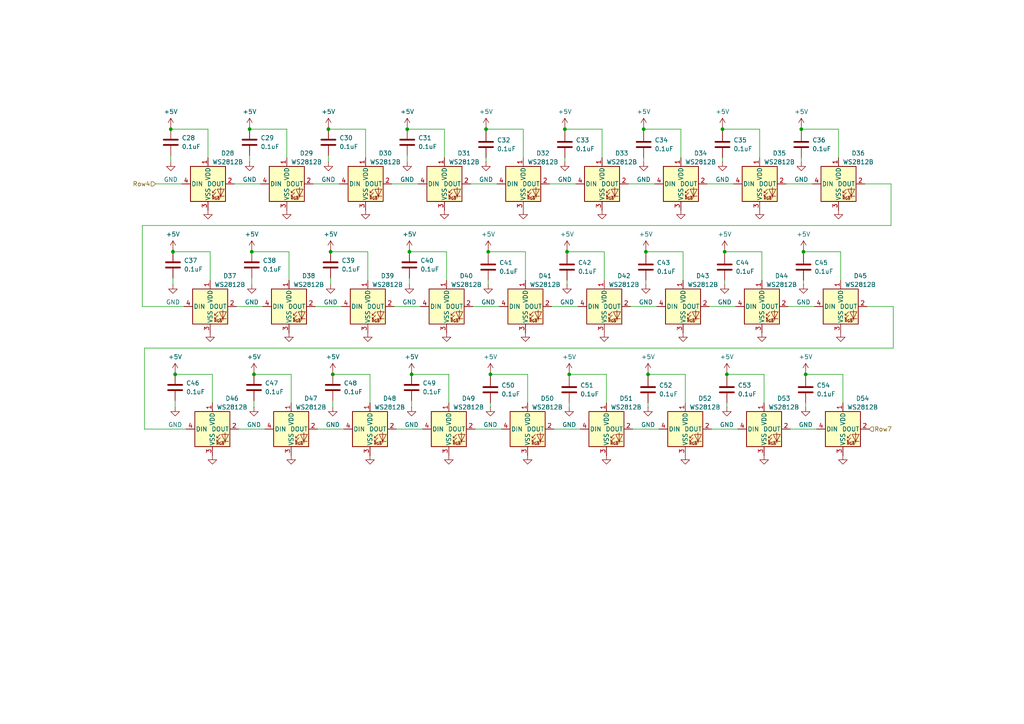
<source format=kicad_sch>
(kicad_sch (version 20250114) (generator "eeschema") (generator_version "9.0")
  (paper "A4")
  (lib_symbols
    (symbol "Device:C" (pin_numbers (hide yes)) (pin_names (offset 0.254))
      (property "Reference" "C" (at 0.635 2.54 0))
      (property "Value" "C" (at 0.635 -2.54 0))
      (symbol "C_0_1"
        (polyline (pts (xy -2.032 0.762) (xy 2.032 0.762)) (stroke (width 0.508)))
        (polyline (pts (xy -2.032 -0.762) (xy 2.032 -0.762)) (stroke (width 0.508)))
      )
      (symbol "C_1_1"
        (pin passive line (at 0 3.81 270) (length 2.794) (name "~") (number "1"))
        (pin passive line (at 0 -3.81 90) (length 2.794) (name "~") (number "2"))
      )
    )
    (symbol "LED:WS2812B" (pin_names (offset 0.254))
      (property "Reference" "D" (at 5.08 5.715 0))
      (property "Value" "WS2812B" (at 1.27 -5.715 0))
      (symbol "WS2812B_0_0"
        (text "RGB" (at 2.286 -4.191 0) (effects (font (size 0.762 0.762))))
      )
      (symbol "WS2812B_0_1"
        (polyline (pts (xy 1.27 -2.54) (xy 1.778 -2.54)))
        (polyline (pts (xy 1.27 -3.556) (xy 1.778 -3.556)))
        (polyline (pts (xy 2.286 -1.524) (xy 1.27 -2.54) (xy 1.27 -2.032)))
        (polyline (pts (xy 2.286 -2.54) (xy 1.27 -3.556) (xy 1.27 -3.048)))
        (polyline (pts (xy 3.683 -1.016) (xy 3.683 -3.556) (xy 3.683 -4.064)))
        (polyline (pts (xy 4.699 -1.524) (xy 2.667 -1.524) (xy 3.683 -3.556) (xy 4.699 -1.524)))
        (polyline (pts (xy 4.699 -3.556) (xy 2.667 -3.556)))
        (rectangle (start 5.08 5.08) (end -5.08 -5.08) (stroke (width 0.254)) (fill (type background)))
      )
      (symbol "WS2812B_1_1"
        (pin input line (at -7.62 0 0) (length 2.54) (name "DIN") (number "4"))
        (pin power_in line (at 0 7.62 270) (length 2.54) (name "VDD") (number "1"))
        (pin power_in line (at 0 -7.62 90) (length 2.54) (name "VSS") (number "3"))
        (pin output line (at 7.62 0 180) (length 2.54) (name "DOUT") (number "2"))
      )
    )
    (symbol "power:+5V" (power) (pin_numbers (hide yes)) (pin_names (offset 0) (hide yes))
      (property "Value" "+5V" (at 0 3.556 0))
      (symbol "+5V_0_1"
        (polyline (pts (xy -0.762 1.27) (xy 0 2.54)))
        (polyline (pts (xy 0 2.54) (xy 0.762 1.27)))
        (polyline (pts (xy 0 0) (xy 0 2.54)))
      )
      (symbol "+5V_1_1"
        (pin power_in line (at 0 0 90) (length 0) (name "~") (number "1"))
      )
    )
    (symbol "power:GND" (power) (pin_numbers (hide yes)) (pin_names (offset 0) (hide yes))
      (property "Value" "GND" (at 0 -3.81 0))
      (symbol "GND_0_1"
        (polyline (pts (xy 0 0) (xy 0 -1.27) (xy 1.27 -1.27) (xy 0 -2.54) (xy -1.27 -1.27) (xy 0 -1.27)))
      )
      (symbol "GND_1_1"
        (pin power_in line (at 0 0 270) (length 0) (name "~") (number "1"))
      )
    )
  )
  (junction (at 233.045 73.025))
  (junction (at 49.53 37.465))
  (junction (at 165.1 108.585))
  (junction (at 118.745 73.025))
  (junction (at 140.97 37.465))
  (junction (at 96.52 108.585))
  (junction (at 142.24 108.585))
  (junction (at 210.82 108.585))
  (junction (at 72.39 37.465))
  (junction (at 187.96 108.585))
  (junction (at 73.025 73.025))
  (junction (at 233.68 108.585))
  (junction (at 73.66 108.585))
  (junction (at 187.325 73.025))
  (junction (at 95.25 37.465))
  (junction (at 119.38 108.585))
  (junction (at 209.55 37.465))
  (junction (at 163.83 37.465))
  (junction (at 210.185 73.025))
  (junction (at 186.69 37.465))
  (junction (at 50.165 73.025))
  (junction (at 95.885 73.025))
  (junction (at 164.465 73.025))
  (junction (at 50.8 108.585))
  (junction (at 118.11 37.465))
  (junction (at 232.41 37.465))
  (junction (at 141.605 73.025))
  (wire (pts (xy 210.82 108.585) (xy 210.82 107.95)))
  (wire (pts (xy 49.53 37.465) (xy 60.325 37.465)))
  (wire (pts (xy 165.1 116.84) (xy 165.1 118.11)))
  (wire (pts (xy 113.665 53.34) (xy 121.285 53.34)))
  (wire (pts (xy 50.165 73.025) (xy 60.96 73.025)))
  (wire (pts (xy 233.68 108.585) (xy 233.68 107.95)))
  (wire (pts (xy 118.745 73.025) (xy 118.745 72.39)))
  (wire (pts (xy 142.24 109.22) (xy 142.24 108.585)))
  (wire (pts (xy 69.215 124.46) (xy 76.835 124.46)))
  (wire (pts (xy 129.54 73.025) (xy 129.54 81.28)))
  (wire (pts (xy 140.97 38.1) (xy 140.97 37.465)))
  (wire (pts (xy 96.52 108.585) (xy 96.52 107.95)))
  (wire (pts (xy 220.345 37.465) (xy 220.345 45.72)))
  (wire (pts (xy 174.625 37.465) (xy 174.625 45.72)))
  (wire (pts (xy 49.53 37.465) (xy 49.53 36.83)))
  (wire (pts (xy 243.205 37.465) (xy 243.205 45.72)))
  (wire (pts (xy 106.68 73.025) (xy 106.68 81.28)))
  (wire (pts (xy 210.82 109.22) (xy 210.82 108.585)))
  (wire (pts (xy 198.12 73.025) (xy 198.12 81.28)))
  (wire (pts (xy 50.8 108.585) (xy 61.595 108.585)))
  (wire (pts (xy 95.885 73.025) (xy 106.68 73.025)))
  (wire (pts (xy 92.075 124.46) (xy 99.695 124.46)))
  (wire (pts (xy 41.91 124.46) (xy 53.975 124.46)))
  (wire (pts (xy 165.1 108.585) (xy 165.1 107.95)))
  (wire (pts (xy 209.55 38.1) (xy 209.55 37.465)))
  (wire (pts (xy 95.885 80.645) (xy 95.885 82.55)))
  (wire (pts (xy 243.84 73.025) (xy 243.84 81.28)))
  (wire (pts (xy 232.41 45.72) (xy 232.41 46.99)))
  (wire (pts (xy 163.83 37.465) (xy 163.83 36.83)))
  (wire (pts (xy 72.39 45.085) (xy 72.39 46.99)))
  (wire (pts (xy 197.485 37.465) (xy 197.485 45.72)))
  (wire (pts (xy 95.25 45.085) (xy 95.25 46.99)))
  (wire (pts (xy 114.3 88.9) (xy 121.92 88.9)))
  (wire (pts (xy 183.515 124.46) (xy 191.135 124.46)))
  (wire (pts (xy 61.595 108.585) (xy 61.595 116.84)))
  (wire (pts (xy 96.52 116.205) (xy 96.52 118.11)))
  (wire (pts (xy 233.045 73.025) (xy 233.045 72.39)))
  (wire (pts (xy 163.83 38.1) (xy 163.83 37.465)))
  (wire (pts (xy 67.945 53.34) (xy 75.565 53.34)))
  (wire (pts (xy 118.11 37.465) (xy 128.905 37.465)))
  (wire (pts (xy 205.105 53.34) (xy 212.725 53.34)))
  (wire (pts (xy 210.185 73.025) (xy 210.185 72.39)))
  (wire (pts (xy 140.97 37.465) (xy 140.97 36.83)))
  (wire (pts (xy 50.8 108.585) (xy 50.8 107.95)))
  (wire (pts (xy 175.895 108.585) (xy 175.895 116.84)))
  (wire (pts (xy 95.25 37.465) (xy 106.045 37.465)))
  (wire (pts (xy 95.885 73.025) (xy 95.885 72.39)))
  (wire (pts (xy 229.235 124.46) (xy 236.855 124.46)))
  (wire (pts (xy 258.445 53.34) (xy 258.445 65.405)))
  (wire (pts (xy 118.11 45.085) (xy 118.11 46.99)))
  (wire (pts (xy 141.605 73.025) (xy 141.605 72.39)))
  (wire (pts (xy 73.66 116.205) (xy 73.66 118.11)))
  (wire (pts (xy 68.58 88.9) (xy 76.2 88.9)))
  (wire (pts (xy 233.045 73.66) (xy 233.045 73.025)))
  (wire (pts (xy 165.1 108.585) (xy 175.895 108.585)))
  (wire (pts (xy 60.325 37.465) (xy 60.325 45.72)))
  (wire (pts (xy 142.24 108.585) (xy 142.24 107.95)))
  (wire (pts (xy 159.385 53.34) (xy 167.005 53.34)))
  (wire (pts (xy 137.795 124.46) (xy 145.415 124.46)))
  (wire (pts (xy 164.465 73.025) (xy 175.26 73.025)))
  (wire (pts (xy 210.185 81.28) (xy 210.185 82.55)))
  (wire (pts (xy 175.26 73.025) (xy 175.26 81.28)))
  (wire (pts (xy 83.82 73.025) (xy 83.82 81.28)))
  (wire (pts (xy 141.605 81.28) (xy 141.605 82.55)))
  (wire (pts (xy 233.045 73.025) (xy 243.84 73.025)))
  (wire (pts (xy 251.46 88.9) (xy 259.08 88.9)))
  (wire (pts (xy 205.74 88.9) (xy 213.36 88.9)))
  (wire (pts (xy 106.045 37.465) (xy 106.045 45.72)))
  (wire (pts (xy 84.455 108.585) (xy 84.455 116.84)))
  (wire (pts (xy 233.045 81.28) (xy 233.045 82.55)))
  (wire (pts (xy 187.96 116.84) (xy 187.96 118.11)))
  (wire (pts (xy 164.465 81.28) (xy 164.465 82.55)))
  (wire (pts (xy 142.24 108.585) (xy 153.035 108.585)))
  (wire (pts (xy 187.96 108.585) (xy 187.96 107.95)))
  (wire (pts (xy 244.475 108.585) (xy 244.475 116.84)))
  (wire (pts (xy 90.805 53.34) (xy 98.425 53.34)))
  (wire (pts (xy 228.6 88.9) (xy 236.22 88.9)))
  (wire (pts (xy 72.39 37.465) (xy 83.185 37.465)))
  (wire (pts (xy 187.325 81.28) (xy 187.325 82.55)))
  (wire (pts (xy 96.52 108.585) (xy 107.315 108.585)))
  (wire (pts (xy 233.68 108.585) (xy 244.475 108.585)))
  (wire (pts (xy 41.275 88.9) (xy 53.34 88.9)))
  (wire (pts (xy 107.315 108.585) (xy 107.315 116.84)))
  (wire (pts (xy 60.96 73.025) (xy 60.96 81.28)))
  (wire (pts (xy 119.38 108.585) (xy 130.175 108.585)))
  (wire (pts (xy 187.96 108.585) (xy 198.755 108.585)))
  (wire (pts (xy 210.185 73.025) (xy 220.98 73.025)))
  (wire (pts (xy 141.605 73.66) (xy 141.605 73.025)))
  (wire (pts (xy 152.4 73.025) (xy 152.4 81.28)))
  (wire (pts (xy 128.905 37.465) (xy 128.905 45.72)))
  (wire (pts (xy 50.8 116.205) (xy 50.8 118.11)))
  (wire (pts (xy 187.325 73.025) (xy 187.325 72.39)))
  (wire (pts (xy 41.275 65.405) (xy 41.275 88.9)))
  (wire (pts (xy 114.935 124.46) (xy 122.555 124.46)))
  (wire (pts (xy 227.965 53.34) (xy 235.585 53.34)))
  (wire (pts (xy 165.1 109.22) (xy 165.1 108.585)))
  (wire (pts (xy 163.83 45.72) (xy 163.83 46.99)))
  (wire (pts (xy 210.185 73.66) (xy 210.185 73.025)))
  (wire (pts (xy 221.615 108.585) (xy 221.615 116.84)))
  (wire (pts (xy 49.53 45.085) (xy 49.53 46.99)))
  (wire (pts (xy 136.525 53.34) (xy 144.145 53.34)))
  (wire (pts (xy 232.41 37.465) (xy 243.205 37.465)))
  (wire (pts (xy 206.375 124.46) (xy 213.995 124.46)))
  (wire (pts (xy 259.08 100.965) (xy 41.91 100.965)))
  (wire (pts (xy 209.55 45.72) (xy 209.55 46.99)))
  (wire (pts (xy 140.97 45.72) (xy 140.97 46.99)))
  (wire (pts (xy 182.245 53.34) (xy 189.865 53.34)))
  (wire (pts (xy 119.38 108.585) (xy 119.38 107.95)))
  (wire (pts (xy 186.69 37.465) (xy 186.69 36.83)))
  (wire (pts (xy 119.38 116.205) (xy 119.38 118.11)))
  (wire (pts (xy 153.035 108.585) (xy 153.035 116.84)))
  (wire (pts (xy 198.755 108.585) (xy 198.755 116.84)))
  (wire (pts (xy 118.745 80.645) (xy 118.745 82.55)))
  (wire (pts (xy 137.16 88.9) (xy 144.78 88.9)))
  (wire (pts (xy 45.085 53.34) (xy 52.705 53.34)))
  (wire (pts (xy 142.24 116.84) (xy 142.24 118.11)))
  (wire (pts (xy 187.325 73.66) (xy 187.325 73.025)))
  (wire (pts (xy 163.83 37.465) (xy 174.625 37.465)))
  (wire (pts (xy 140.97 37.465) (xy 151.765 37.465)))
  (wire (pts (xy 187.325 73.025) (xy 198.12 73.025)))
  (wire (pts (xy 210.82 116.84) (xy 210.82 118.11)))
  (wire (pts (xy 258.445 65.405) (xy 41.275 65.405)))
  (wire (pts (xy 141.605 73.025) (xy 152.4 73.025)))
  (wire (pts (xy 210.82 108.585) (xy 221.615 108.585)))
  (wire (pts (xy 50.165 73.025) (xy 50.165 72.39)))
  (wire (pts (xy 73.025 73.025) (xy 83.82 73.025)))
  (wire (pts (xy 50.165 80.645) (xy 50.165 82.55)))
  (wire (pts (xy 232.41 38.1) (xy 232.41 37.465)))
  (wire (pts (xy 73.025 80.645) (xy 73.025 82.55)))
  (wire (pts (xy 220.98 73.025) (xy 220.98 81.28)))
  (wire (pts (xy 151.765 37.465) (xy 151.765 45.72)))
  (wire (pts (xy 233.68 109.22) (xy 233.68 108.585)))
  (wire (pts (xy 160.02 88.9) (xy 167.64 88.9)))
  (wire (pts (xy 41.91 100.965) (xy 41.91 124.46)))
  (wire (pts (xy 182.88 88.9) (xy 190.5 88.9)))
  (wire (pts (xy 91.44 88.9) (xy 99.06 88.9)))
  (wire (pts (xy 259.08 88.9) (xy 259.08 100.965)))
  (wire (pts (xy 130.175 108.585) (xy 130.175 116.84)))
  (wire (pts (xy 164.465 73.025) (xy 164.465 72.39)))
  (wire (pts (xy 160.655 124.46) (xy 168.275 124.46)))
  (wire (pts (xy 73.025 73.025) (xy 73.025 72.39)))
  (wire (pts (xy 73.66 108.585) (xy 73.66 107.95)))
  (wire (pts (xy 233.68 116.84) (xy 233.68 118.11)))
  (wire (pts (xy 164.465 73.66) (xy 164.465 73.025)))
  (wire (pts (xy 209.55 37.465) (xy 209.55 36.83)))
  (wire (pts (xy 118.11 37.465) (xy 118.11 36.83)))
  (wire (pts (xy 209.55 37.465) (xy 220.345 37.465)))
  (wire (pts (xy 72.39 37.465) (xy 72.39 36.83)))
  (wire (pts (xy 186.69 45.72) (xy 186.69 46.99)))
  (wire (pts (xy 186.69 37.465) (xy 197.485 37.465)))
  (wire (pts (xy 232.41 37.465) (xy 232.41 36.83)))
  (wire (pts (xy 73.66 108.585) (xy 84.455 108.585)))
  (wire (pts (xy 95.25 37.465) (xy 95.25 36.83)))
  (wire (pts (xy 186.69 38.1) (xy 186.69 37.465)))
  (wire (pts (xy 118.745 73.025) (xy 129.54 73.025)))
  (wire (pts (xy 83.185 37.465) (xy 83.185 45.72)))
  (wire (pts (xy 250.825 53.34) (xy 258.445 53.34)))
  (wire (pts (xy 187.96 109.22) (xy 187.96 108.585)))
  (hierarchical_label "Row7" (shape input) (at 252.095 124.46 0))
  (hierarchical_label "Row4" (shape input) (at 45.085 53.34 180))
  (symbol (lib_id "LED:WS2812B") (at 175.895 124.46 0) (unit 1)
    (property "Reference" "D51" (at 181.61 115.57 0))
    (property "Value" "WS2812B" (at 181.61 118.11 0))
    (property "Footprint" "LED_SMD:LED_WS2812B_PLCC4_5.0x5.0mm_P3.2mm" (effects (hide yes)))
    (property "Datasheet" "https://cdn-shop.adafruit.com/datasheets/WS2812B.pdf" (effects (hide yes)))
    (property "Description" "RGB LED with integrated controller" (effects (hide yes)))
  )
  (symbol (lib_id "LED:WS2812B") (at 106.045 53.34 0) (unit 1)
    (property "Reference" "D30" (at 111.76 44.45 0))
    (property "Value" "WS2812B" (at 111.76 46.99 0))
    (property "Footprint" "LED_SMD:LED_WS2812B_PLCC4_5.0x5.0mm_P3.2mm" (effects (hide yes)))
    (property "Datasheet" "https://cdn-shop.adafruit.com/datasheets/WS2812B.pdf" (effects (hide yes)))
    (property "Description" "RGB LED with integrated controller" (effects (hide yes)))
  )
  (symbol (lib_id "power:+5V") (at 73.025 72.39 0) (unit 1)
    (property "Reference" "#PWR0106" (effects (hide yes)))
    (property "Value" "+5V" (at 73.025 67.945 0))
    (property "Description" "Power symbol creates a global label with name \"+5V\"" (effects (hide yes)))
  )
  (symbol (lib_id "LED:WS2812B") (at 60.325 53.34 0) (unit 1)
    (property "Reference" "D28" (at 66.04 44.45 0))
    (property "Value" "WS2812B" (at 66.04 46.99 0))
    (property "Footprint" "LED_SMD:LED_WS2812B_PLCC4_5.0x5.0mm_P3.2mm" (effects (hide yes)))
    (property "Datasheet" "https://cdn-shop.adafruit.com/datasheets/WS2812B.pdf" (effects (hide yes)))
    (property "Description" "RGB LED with integrated controller" (effects (hide yes)))
  )
  (symbol (lib_id "Device:C") (at 163.83 41.91 0) (unit 1)
    (property "Reference" "C33" (at 167.005 40.6399 0) (effects (justify left)))
    (property "Value" "0.1uF" (at 167.005 43.1799 0) (effects (justify left)))
    (property "Footprint" "Capacitor_SMD:C_0603_1608Metric_Pad1.08x0.95mm_HandSolder" (effects (hide yes)))
    (property "Description" "Unpolarized capacitor" (effects (hide yes)))
  )
  (symbol (lib_id "power:GND") (at 220.345 60.96 0) (unit 1)
    (property "Reference" "#PWR0102" (effects (hide yes)))
    (property "Value" "GND" (effects (hide yes)))
    (property "Description" "Power symbol creates a global label with name \"GND\" , ground" (effects (hide yes)))
  )
  (symbol (lib_id "Device:C") (at 164.465 77.47 0) (unit 1)
    (property "Reference" "C42" (at 167.64 76.1999 0) (effects (justify left)))
    (property "Value" "0.1uF" (at 167.64 78.7399 0) (effects (justify left)))
    (property "Footprint" "Capacitor_SMD:C_0603_1608Metric_Pad1.08x0.95mm_HandSolder" (effects (hide yes)))
    (property "Description" "Unpolarized capacitor" (effects (hide yes)))
  )
  (symbol (lib_id "power:GND") (at 197.485 60.96 0) (unit 1)
    (property "Reference" "#PWR099" (effects (hide yes)))
    (property "Value" "GND" (effects (hide yes)))
    (property "Description" "Power symbol creates a global label with name \"GND\" , ground" (effects (hide yes)))
  )
  (symbol (lib_id "power:+5V") (at 163.83 36.83 0) (unit 1)
    (property "Reference" "#PWR094" (effects (hide yes)))
    (property "Value" "+5V" (at 163.83 32.385 0))
    (property "Description" "Power symbol creates a global label with name \"+5V\"" (effects (hide yes)))
  )
  (symbol (lib_id "Device:C") (at 186.69 41.91 0) (unit 1)
    (property "Reference" "C34" (at 189.865 40.6399 0) (effects (justify left)))
    (property "Value" "0.1uF" (at 189.865 43.1799 0) (effects (justify left)))
    (property "Footprint" "Capacitor_SMD:C_0603_1608Metric_Pad1.08x0.95mm_HandSolder" (effects (hide yes)))
    (property "Description" "Unpolarized capacitor" (effects (hide yes)))
  )
  (symbol (lib_id "power:GND") (at 107.315 132.08 0) (unit 1)
    (property "Reference" "#PWR0136" (effects (hide yes)))
    (property "Value" "GND" (effects (hide yes)))
    (property "Description" "Power symbol creates a global label with name \"GND\" , ground" (effects (hide yes)))
  )
  (symbol (lib_id "power:+5V") (at 50.165 72.39 0) (unit 1)
    (property "Reference" "#PWR0258" (effects (hide yes)))
    (property "Value" "+5V" (at 50.165 67.945 0))
    (property "Description" "Power symbol creates a global label with name \"+5V\"" (effects (hide yes)))
  )
  (symbol (lib_id "LED:WS2812B") (at 244.475 124.46 0) (unit 1)
    (property "Reference" "D54" (at 250.19 115.57 0))
    (property "Value" "WS2812B" (at 250.19 118.11 0))
    (property "Footprint" "LED_SMD:LED_WS2812B_PLCC4_5.0x5.0mm_P3.2mm" (effects (hide yes)))
    (property "Datasheet" "https://cdn-shop.adafruit.com/datasheets/WS2812B.pdf" (effects (hide yes)))
    (property "Description" "RGB LED with integrated controller" (effects (hide yes)))
  )
  (symbol (lib_id "power:GND") (at 187.96 118.11 0) (unit 1)
    (property "Reference" "#PWR0147" (effects (hide yes)))
    (property "Value" "GND" (at 187.96 123.19 0))
    (property "Description" "Power symbol creates a global label with name \"GND\" , ground" (effects (hide yes)))
  )
  (symbol (lib_id "power:GND") (at 130.175 132.08 0) (unit 1)
    (property "Reference" "#PWR0139" (effects (hide yes)))
    (property "Value" "GND" (effects (hide yes)))
    (property "Description" "Power symbol creates a global label with name \"GND\" , ground" (effects (hide yes)))
  )
  (symbol (lib_id "Device:C") (at 96.52 112.395 0) (unit 1)
    (property "Reference" "C48" (at 99.695 111.1249 0) (effects (justify left)))
    (property "Value" "0.1uF" (at 99.695 113.6649 0) (effects (justify left)))
    (property "Footprint" "Capacitor_SMD:C_0603_1608Metric_Pad1.08x0.95mm_HandSolder" (effects (hide yes)))
    (property "Description" "Unpolarized capacitor" (effects (hide yes)))
  )
  (symbol (lib_id "power:+5V") (at 140.97 36.83 0) (unit 1)
    (property "Reference" "#PWR091" (effects (hide yes)))
    (property "Value" "+5V" (at 140.97 32.385 0))
    (property "Description" "Power symbol creates a global label with name \"+5V\"" (effects (hide yes)))
  )
  (symbol (lib_id "power:GND") (at 72.39 46.99 0) (unit 1)
    (property "Reference" "#PWR083" (effects (hide yes)))
    (property "Value" "GND" (at 72.39 52.07 0))
    (property "Description" "Power symbol creates a global label with name \"GND\" , ground" (effects (hide yes)))
  )
  (symbol (lib_id "Device:C") (at 233.68 113.03 0) (unit 1)
    (property "Reference" "C54" (at 236.855 111.7599 0) (effects (justify left)))
    (property "Value" "0.1uF" (at 236.855 114.2999 0) (effects (justify left)))
    (property "Footprint" "Capacitor_SMD:C_0603_1608Metric_Pad1.08x0.95mm_HandSolder" (effects (hide yes)))
    (property "Description" "Unpolarized capacitor" (effects (hide yes)))
  )
  (symbol (lib_id "Device:C") (at 187.325 77.47 0) (unit 1)
    (property "Reference" "C43" (at 190.5 76.1999 0) (effects (justify left)))
    (property "Value" "0.1uF" (at 190.5 78.7399 0) (effects (justify left)))
    (property "Footprint" "Capacitor_SMD:C_0603_1608Metric_Pad1.08x0.95mm_HandSolder" (effects (hide yes)))
    (property "Description" "Unpolarized capacitor" (effects (hide yes)))
  )
  (symbol (lib_id "LED:WS2812B") (at 61.595 124.46 0) (unit 1)
    (property "Reference" "D46" (at 67.31 115.57 0))
    (property "Value" "WS2812B" (at 67.31 118.11 0))
    (property "Footprint" "LED_SMD:LED_WS2812B_PLCC4_5.0x5.0mm_P3.2mm" (effects (hide yes)))
    (property "Datasheet" "https://cdn-shop.adafruit.com/datasheets/WS2812B.pdf" (effects (hide yes)))
    (property "Description" "RGB LED with integrated controller" (effects (hide yes)))
  )
  (symbol (lib_id "power:GND") (at 174.625 60.96 0) (unit 1)
    (property "Reference" "#PWR096" (effects (hide yes)))
    (property "Value" "GND" (effects (hide yes)))
    (property "Description" "Power symbol creates a global label with name \"GND\" , ground" (effects (hide yes)))
  )
  (symbol (lib_id "power:GND") (at 95.25 46.99 0) (unit 1)
    (property "Reference" "#PWR086" (effects (hide yes)))
    (property "Value" "GND" (at 95.25 52.07 0))
    (property "Description" "Power symbol creates a global label with name \"GND\" , ground" (effects (hide yes)))
  )
  (symbol (lib_id "power:+5V") (at 210.82 107.95 0) (unit 1)
    (property "Reference" "#PWR0149" (effects (hide yes)))
    (property "Value" "+5V" (at 210.82 103.505 0))
    (property "Description" "Power symbol creates a global label with name \"+5V\"" (effects (hide yes)))
  )
  (symbol (lib_id "power:GND") (at 175.26 96.52 0) (unit 1)
    (property "Reference" "#PWR0120" (effects (hide yes)))
    (property "Value" "GND" (effects (hide yes)))
    (property "Description" "Power symbol creates a global label with name \"GND\" , ground" (effects (hide yes)))
  )
  (symbol (lib_id "LED:WS2812B") (at 60.96 88.9 0) (unit 1)
    (property "Reference" "D37" (at 66.675 80.01 0))
    (property "Value" "WS2812B" (at 66.675 82.55 0))
    (property "Footprint" "LED_SMD:LED_WS2812B_PLCC4_5.0x5.0mm_P3.2mm" (effects (hide yes)))
    (property "Datasheet" "https://cdn-shop.adafruit.com/datasheets/WS2812B.pdf" (effects (hide yes)))
    (property "Description" "RGB LED with integrated controller" (effects (hide yes)))
  )
  (symbol (lib_id "power:GND") (at 96.52 118.11 0) (unit 1)
    (property "Reference" "#PWR0135" (effects (hide yes)))
    (property "Value" "GND" (at 96.52 123.19 0))
    (property "Description" "Power symbol creates a global label with name \"GND\" , ground" (effects (hide yes)))
  )
  (symbol (lib_id "power:+5V") (at 186.69 36.83 0) (unit 1)
    (property "Reference" "#PWR097" (effects (hide yes)))
    (property "Value" "+5V" (at 186.69 32.385 0))
    (property "Description" "Power symbol creates a global label with name \"+5V\"" (effects (hide yes)))
  )
  (symbol (lib_id "LED:WS2812B") (at 106.68 88.9 0) (unit 1)
    (property "Reference" "D39" (at 112.395 80.01 0))
    (property "Value" "WS2812B" (at 112.395 82.55 0))
    (property "Footprint" "LED_SMD:LED_WS2812B_PLCC4_5.0x5.0mm_P3.2mm" (effects (hide yes)))
    (property "Datasheet" "https://cdn-shop.adafruit.com/datasheets/WS2812B.pdf" (effects (hide yes)))
    (property "Description" "RGB LED with integrated controller" (effects (hide yes)))
  )
  (symbol (lib_id "power:+5V") (at 233.045 72.39 0) (unit 1)
    (property "Reference" "#PWR0127" (effects (hide yes)))
    (property "Value" "+5V" (at 233.045 67.945 0))
    (property "Description" "Power symbol creates a global label with name \"+5V\"" (effects (hide yes)))
  )
  (symbol (lib_id "power:GND") (at 49.53 46.99 0) (unit 1)
    (property "Reference" "#PWR0257" (effects (hide yes)))
    (property "Value" "GND" (at 49.53 52.07 0))
    (property "Description" "Power symbol creates a global label with name \"GND\" , ground" (effects (hide yes)))
  )
  (symbol (lib_id "power:GND") (at 210.185 82.55 0) (unit 1)
    (property "Reference" "#PWR0125" (effects (hide yes)))
    (property "Value" "GND" (at 210.185 87.63 0))
    (property "Description" "Power symbol creates a global label with name \"GND\" , ground" (effects (hide yes)))
  )
  (symbol (lib_id "power:GND") (at 209.55 46.99 0) (unit 1)
    (property "Reference" "#PWR0101" (effects (hide yes)))
    (property "Value" "GND" (at 209.55 52.07 0))
    (property "Description" "Power symbol creates a global label with name \"GND\" , ground" (effects (hide yes)))
  )
  (symbol (lib_id "Device:C") (at 209.55 41.91 0) (unit 1)
    (property "Reference" "C35" (at 212.725 40.6399 0) (effects (justify left)))
    (property "Value" "0.1uF" (at 212.725 43.1799 0) (effects (justify left)))
    (property "Footprint" "Capacitor_SMD:C_0603_1608Metric_Pad1.08x0.95mm_HandSolder" (effects (hide yes)))
    (property "Description" "Unpolarized capacitor" (effects (hide yes)))
  )
  (symbol (lib_id "Device:C") (at 210.82 113.03 0) (unit 1)
    (property "Reference" "C53" (at 213.995 111.7599 0) (effects (justify left)))
    (property "Value" "0.1uF" (at 213.995 114.2999 0) (effects (justify left)))
    (property "Footprint" "Capacitor_SMD:C_0603_1608Metric_Pad1.08x0.95mm_HandSolder" (effects (hide yes)))
    (property "Description" "Unpolarized capacitor" (effects (hide yes)))
  )
  (symbol (lib_id "power:GND") (at 233.045 82.55 0) (unit 1)
    (property "Reference" "#PWR0128" (effects (hide yes)))
    (property "Value" "GND" (at 233.045 87.63 0))
    (property "Description" "Power symbol creates a global label with name \"GND\" , ground" (effects (hide yes)))
  )
  (symbol (lib_id "power:GND") (at 163.83 46.99 0) (unit 1)
    (property "Reference" "#PWR095" (effects (hide yes)))
    (property "Value" "GND" (at 163.83 52.07 0))
    (property "Description" "Power symbol creates a global label with name \"GND\" , ground" (effects (hide yes)))
  )
  (symbol (lib_id "power:+5V") (at 118.11 36.83 0) (unit 1)
    (property "Reference" "#PWR088" (effects (hide yes)))
    (property "Value" "+5V" (at 118.11 32.385 0))
    (property "Description" "Power symbol creates a global label with name \"+5V\"" (effects (hide yes)))
  )
  (symbol (lib_id "power:+5V") (at 141.605 72.39 0) (unit 1)
    (property "Reference" "#PWR0115" (effects (hide yes)))
    (property "Value" "+5V" (at 141.605 67.945 0))
    (property "Description" "Power symbol creates a global label with name \"+5V\"" (effects (hide yes)))
  )
  (symbol (lib_id "power:GND") (at 95.885 82.55 0) (unit 1)
    (property "Reference" "#PWR0110" (effects (hide yes)))
    (property "Value" "GND" (at 95.885 87.63 0))
    (property "Description" "Power symbol creates a global label with name \"GND\" , ground" (effects (hide yes)))
  )
  (symbol (lib_id "power:GND") (at 198.12 96.52 0) (unit 1)
    (property "Reference" "#PWR0123" (effects (hide yes)))
    (property "Value" "GND" (effects (hide yes)))
    (property "Description" "Power symbol creates a global label with name \"GND\" , ground" (effects (hide yes)))
  )
  (symbol (lib_id "LED:WS2812B") (at 83.185 53.34 0) (unit 1)
    (property "Reference" "D29" (at 88.9 44.45 0))
    (property "Value" "WS2812B" (at 88.9 46.99 0))
    (property "Footprint" "LED_SMD:LED_WS2812B_PLCC4_5.0x5.0mm_P3.2mm" (effects (hide yes)))
    (property "Datasheet" "https://cdn-shop.adafruit.com/datasheets/WS2812B.pdf" (effects (hide yes)))
    (property "Description" "RGB LED with integrated controller" (effects (hide yes)))
  )
  (symbol (lib_id "LED:WS2812B") (at 198.755 124.46 0) (unit 1)
    (property "Reference" "D52" (at 204.47 115.57 0))
    (property "Value" "WS2812B" (at 204.47 118.11 0))
    (property "Footprint" "LED_SMD:LED_WS2812B_PLCC4_5.0x5.0mm_P3.2mm" (effects (hide yes)))
    (property "Datasheet" "https://cdn-shop.adafruit.com/datasheets/WS2812B.pdf" (effects (hide yes)))
    (property "Description" "RGB LED with integrated controller" (effects (hide yes)))
  )
  (symbol (lib_id "power:GND") (at 175.895 132.08 0) (unit 1)
    (property "Reference" "#PWR0145" (effects (hide yes)))
    (property "Value" "GND" (effects (hide yes)))
    (property "Description" "Power symbol creates a global label with name \"GND\" , ground" (effects (hide yes)))
  )
  (symbol (lib_id "LED:WS2812B") (at 221.615 124.46 0) (unit 1)
    (property "Reference" "D53" (at 227.33 115.57 0))
    (property "Value" "WS2812B" (at 227.33 118.11 0))
    (property "Footprint" "LED_SMD:LED_WS2812B_PLCC4_5.0x5.0mm_P3.2mm" (effects (hide yes)))
    (property "Datasheet" "https://cdn-shop.adafruit.com/datasheets/WS2812B.pdf" (effects (hide yes)))
    (property "Description" "RGB LED with integrated controller" (effects (hide yes)))
  )
  (symbol (lib_id "power:GND") (at 232.41 46.99 0) (unit 1)
    (property "Reference" "#PWR0104" (effects (hide yes)))
    (property "Value" "GND" (at 232.41 52.07 0))
    (property "Description" "Power symbol creates a global label with name \"GND\" , ground" (effects (hide yes)))
  )
  (symbol (lib_id "Device:C") (at 142.24 113.03 0) (unit 1)
    (property "Reference" "C50" (at 145.415 111.7599 0) (effects (justify left)))
    (property "Value" "0.1uF" (at 145.415 114.2999 0) (effects (justify left)))
    (property "Footprint" "Capacitor_SMD:C_0603_1608Metric_Pad1.08x0.95mm_HandSolder" (effects (hide yes)))
    (property "Description" "Unpolarized capacitor" (effects (hide yes)))
  )
  (symbol (lib_id "power:+5V") (at 142.24 107.95 0) (unit 1)
    (property "Reference" "#PWR0140" (effects (hide yes)))
    (property "Value" "+5V" (at 142.24 103.505 0))
    (property "Description" "Power symbol creates a global label with name \"+5V\"" (effects (hide yes)))
  )
  (symbol (lib_id "LED:WS2812B") (at 128.905 53.34 0) (unit 1)
    (property "Reference" "D31" (at 134.62 44.45 0))
    (property "Value" "WS2812B" (at 134.62 46.99 0))
    (property "Footprint" "LED_SMD:LED_WS2812B_PLCC4_5.0x5.0mm_P3.2mm" (effects (hide yes)))
    (property "Datasheet" "https://cdn-shop.adafruit.com/datasheets/WS2812B.pdf" (effects (hide yes)))
    (property "Description" "RGB LED with integrated controller" (effects (hide yes)))
  )
  (symbol (lib_id "Device:C") (at 49.53 41.275 0) (unit 1)
    (property "Reference" "C28" (at 52.705 40.0049 0) (effects (justify left)))
    (property "Value" "0.1uF" (at 52.705 42.5449 0) (effects (justify left)))
    (property "Footprint" "Capacitor_SMD:C_0603_1608Metric_Pad1.08x0.95mm_HandSolder" (effects (hide yes)))
    (property "Description" "Unpolarized capacitor" (effects (hide yes)))
  )
  (symbol (lib_id "Device:C") (at 119.38 112.395 0) (unit 1)
    (property "Reference" "C49" (at 122.555 111.1249 0) (effects (justify left)))
    (property "Value" "0.1uF" (at 122.555 113.6649 0) (effects (justify left)))
    (property "Footprint" "Capacitor_SMD:C_0603_1608Metric_Pad1.08x0.95mm_HandSolder" (effects (hide yes)))
    (property "Description" "Unpolarized capacitor" (effects (hide yes)))
  )
  (symbol (lib_id "Device:C") (at 95.25 41.275 0) (unit 1)
    (property "Reference" "C30" (at 98.425 40.0049 0) (effects (justify left)))
    (property "Value" "0.1uF" (at 98.425 42.5449 0) (effects (justify left)))
    (property "Footprint" "Capacitor_SMD:C_0603_1608Metric_Pad1.08x0.95mm_HandSolder" (effects (hide yes)))
    (property "Description" "Unpolarized capacitor" (effects (hide yes)))
  )
  (symbol (lib_id "power:+5V") (at 210.185 72.39 0) (unit 1)
    (property "Reference" "#PWR0124" (effects (hide yes)))
    (property "Value" "+5V" (at 210.185 67.945 0))
    (property "Description" "Power symbol creates a global label with name \"+5V\"" (effects (hide yes)))
  )
  (symbol (lib_id "power:GND") (at 220.98 96.52 0) (unit 1)
    (property "Reference" "#PWR0126" (effects (hide yes)))
    (property "Value" "GND" (effects (hide yes)))
    (property "Description" "Power symbol creates a global label with name \"GND\" , ground" (effects (hide yes)))
  )
  (symbol (lib_id "power:GND") (at 221.615 132.08 0) (unit 1)
    (property "Reference" "#PWR0151" (effects (hide yes)))
    (property "Value" "GND" (effects (hide yes)))
    (property "Description" "Power symbol creates a global label with name \"GND\" , ground" (effects (hide yes)))
  )
  (symbol (lib_id "power:GND") (at 140.97 46.99 0) (unit 1)
    (property "Reference" "#PWR092" (effects (hide yes)))
    (property "Value" "GND" (at 140.97 52.07 0))
    (property "Description" "Power symbol creates a global label with name \"GND\" , ground" (effects (hide yes)))
  )
  (symbol (lib_id "Device:C") (at 165.1 113.03 0) (unit 1)
    (property "Reference" "C51" (at 168.275 111.7599 0) (effects (justify left)))
    (property "Value" "0.1uF" (at 168.275 114.2999 0) (effects (justify left)))
    (property "Footprint" "Capacitor_SMD:C_0603_1608Metric_Pad1.08x0.95mm_HandSolder" (effects (hide yes)))
    (property "Description" "Unpolarized capacitor" (effects (hide yes)))
  )
  (symbol (lib_id "power:GND") (at 73.66 118.11 0) (unit 1)
    (property "Reference" "#PWR0132" (effects (hide yes)))
    (property "Value" "GND" (at 73.66 123.19 0))
    (property "Description" "Power symbol creates a global label with name \"GND\" , ground" (effects (hide yes)))
  )
  (symbol (lib_id "power:+5V") (at 95.25 36.83 0) (unit 1)
    (property "Reference" "#PWR085" (effects (hide yes)))
    (property "Value" "+5V" (at 95.25 32.385 0))
    (property "Description" "Power symbol creates a global label with name \"+5V\"" (effects (hide yes)))
  )
  (symbol (lib_id "power:GND") (at 165.1 118.11 0) (unit 1)
    (property "Reference" "#PWR0144" (effects (hide yes)))
    (property "Value" "GND" (at 165.1 123.19 0))
    (property "Description" "Power symbol creates a global label with name \"GND\" , ground" (effects (hide yes)))
  )
  (symbol (lib_id "power:GND") (at 128.905 60.96 0) (unit 1)
    (property "Reference" "#PWR090" (effects (hide yes)))
    (property "Value" "GND" (effects (hide yes)))
    (property "Description" "Power symbol creates a global label with name \"GND\" , ground" (effects (hide yes)))
  )
  (symbol (lib_id "LED:WS2812B") (at 243.84 88.9 0) (unit 1)
    (property "Reference" "D45" (at 249.555 80.01 0))
    (property "Value" "WS2812B" (at 249.555 82.55 0))
    (property "Footprint" "LED_SMD:LED_WS2812B_PLCC4_5.0x5.0mm_P3.2mm" (effects (hide yes)))
    (property "Datasheet" "https://cdn-shop.adafruit.com/datasheets/WS2812B.pdf" (effects (hide yes)))
    (property "Description" "RGB LED with integrated controller" (effects (hide yes)))
  )
  (symbol (lib_id "LED:WS2812B") (at 107.315 124.46 0) (unit 1)
    (property "Reference" "D48" (at 113.03 115.57 0))
    (property "Value" "WS2812B" (at 113.03 118.11 0))
    (property "Footprint" "LED_SMD:LED_WS2812B_PLCC4_5.0x5.0mm_P3.2mm" (effects (hide yes)))
    (property "Datasheet" "https://cdn-shop.adafruit.com/datasheets/WS2812B.pdf" (effects (hide yes)))
    (property "Description" "RGB LED with integrated controller" (effects (hide yes)))
  )
  (symbol (lib_id "LED:WS2812B") (at 198.12 88.9 0) (unit 1)
    (property "Reference" "D43" (at 203.835 80.01 0))
    (property "Value" "WS2812B" (at 203.835 82.55 0))
    (property "Footprint" "LED_SMD:LED_WS2812B_PLCC4_5.0x5.0mm_P3.2mm" (effects (hide yes)))
    (property "Datasheet" "https://cdn-shop.adafruit.com/datasheets/WS2812B.pdf" (effects (hide yes)))
    (property "Description" "RGB LED with integrated controller" (effects (hide yes)))
  )
  (symbol (lib_id "power:GND") (at 187.325 82.55 0) (unit 1)
    (property "Reference" "#PWR0122" (effects (hide yes)))
    (property "Value" "GND" (at 187.325 87.63 0))
    (property "Description" "Power symbol creates a global label with name \"GND\" , ground" (effects (hide yes)))
  )
  (symbol (lib_id "LED:WS2812B") (at 220.98 88.9 0) (unit 1)
    (property "Reference" "D44" (at 226.695 80.01 0))
    (property "Value" "WS2812B" (at 226.695 82.55 0))
    (property "Footprint" "LED_SMD:LED_WS2812B_PLCC4_5.0x5.0mm_P3.2mm" (effects (hide yes)))
    (property "Datasheet" "https://cdn-shop.adafruit.com/datasheets/WS2812B.pdf" (effects (hide yes)))
    (property "Description" "RGB LED with integrated controller" (effects (hide yes)))
  )
  (symbol (lib_id "power:GND") (at 83.185 60.96 0) (unit 1)
    (property "Reference" "#PWR084" (effects (hide yes)))
    (property "Value" "GND" (effects (hide yes)))
    (property "Description" "Power symbol creates a global label with name \"GND\" , ground" (effects (hide yes)))
  )
  (symbol (lib_id "power:GND") (at 186.69 46.99 0) (unit 1)
    (property "Reference" "#PWR098" (effects (hide yes)))
    (property "Value" "GND" (at 186.69 52.07 0))
    (property "Description" "Power symbol creates a global label with name \"GND\" , ground" (effects (hide yes)))
  )
  (symbol (lib_id "LED:WS2812B") (at 243.205 53.34 0) (unit 1)
    (property "Reference" "D36" (at 248.92 44.45 0))
    (property "Value" "WS2812B" (at 248.92 46.99 0))
    (property "Footprint" "LED_SMD:LED_WS2812B_PLCC4_5.0x5.0mm_P3.2mm" (effects (hide yes)))
    (property "Datasheet" "https://cdn-shop.adafruit.com/datasheets/WS2812B.pdf" (effects (hide yes)))
    (property "Description" "RGB LED with integrated controller" (effects (hide yes)))
  )
  (symbol (lib_id "power:GND") (at 61.595 132.08 0) (unit 1)
    (property "Reference" "#PWR0130" (effects (hide yes)))
    (property "Value" "GND" (effects (hide yes)))
    (property "Description" "Power symbol creates a global label with name \"GND\" , ground" (effects (hide yes)))
  )
  (symbol (lib_id "power:+5V") (at 165.1 107.95 0) (unit 1)
    (property "Reference" "#PWR0143" (effects (hide yes)))
    (property "Value" "+5V" (at 165.1 103.505 0))
    (property "Description" "Power symbol creates a global label with name \"+5V\"" (effects (hide yes)))
  )
  (symbol (lib_id "LED:WS2812B") (at 83.82 88.9 0) (unit 1)
    (property "Reference" "D38" (at 89.535 80.01 0))
    (property "Value" "WS2812B" (at 89.535 82.55 0))
    (property "Footprint" "LED_SMD:LED_WS2812B_PLCC4_5.0x5.0mm_P3.2mm" (effects (hide yes)))
    (property "Datasheet" "https://cdn-shop.adafruit.com/datasheets/WS2812B.pdf" (effects (hide yes)))
    (property "Description" "RGB LED with integrated controller" (effects (hide yes)))
  )
  (symbol (lib_id "power:+5V") (at 232.41 36.83 0) (unit 1)
    (property "Reference" "#PWR0103" (effects (hide yes)))
    (property "Value" "+5V" (at 232.41 32.385 0))
    (property "Description" "Power symbol creates a global label with name \"+5V\"" (effects (hide yes)))
  )
  (symbol (lib_id "power:GND") (at 60.325 60.96 0) (unit 1)
    (property "Reference" "#PWR02" (effects (hide yes)))
    (property "Value" "GND" (effects (hide yes)))
    (property "Description" "Power symbol creates a global label with name \"GND\" , ground" (effects (hide yes)))
  )
  (symbol (lib_id "power:GND") (at 106.68 96.52 0) (unit 1)
    (property "Reference" "#PWR0111" (effects (hide yes)))
    (property "Value" "GND" (effects (hide yes)))
    (property "Description" "Power symbol creates a global label with name \"GND\" , ground" (effects (hide yes)))
  )
  (symbol (lib_id "Device:C") (at 50.8 112.395 0) (unit 1)
    (property "Reference" "C46" (at 53.975 111.1249 0) (effects (justify left)))
    (property "Value" "0.1uF" (at 53.975 113.6649 0) (effects (justify left)))
    (property "Footprint" "Capacitor_SMD:C_0603_1608Metric_Pad1.08x0.95mm_HandSolder" (effects (hide yes)))
    (property "Description" "Unpolarized capacitor" (effects (hide yes)))
  )
  (symbol (lib_id "power:+5V") (at 187.96 107.95 0) (unit 1)
    (property "Reference" "#PWR0146" (effects (hide yes)))
    (property "Value" "+5V" (at 187.96 103.505 0))
    (property "Description" "Power symbol creates a global label with name \"+5V\"" (effects (hide yes)))
  )
  (symbol (lib_id "power:GND") (at 151.765 60.96 0) (unit 1)
    (property "Reference" "#PWR093" (effects (hide yes)))
    (property "Value" "GND" (effects (hide yes)))
    (property "Description" "Power symbol creates a global label with name \"GND\" , ground" (effects (hide yes)))
  )
  (symbol (lib_id "power:+5V") (at 50.8 107.95 0) (unit 1)
    (property "Reference" "#PWR0260" (effects (hide yes)))
    (property "Value" "+5V" (at 50.8 103.505 0))
    (property "Description" "Power symbol creates a global label with name \"+5V\"" (effects (hide yes)))
  )
  (symbol (lib_id "power:+5V") (at 209.55 36.83 0) (unit 1)
    (property "Reference" "#PWR0100" (effects (hide yes)))
    (property "Value" "+5V" (at 209.55 32.385 0))
    (property "Description" "Power symbol creates a global label with name \"+5V\"" (effects (hide yes)))
  )
  (symbol (lib_id "power:+5V") (at 233.68 107.95 0) (unit 1)
    (property "Reference" "#PWR0152" (effects (hide yes)))
    (property "Value" "+5V" (at 233.68 103.505 0))
    (property "Description" "Power symbol creates a global label with name \"+5V\"" (effects (hide yes)))
  )
  (symbol (lib_id "LED:WS2812B") (at 197.485 53.34 0) (unit 1)
    (property "Reference" "D34" (at 203.2 44.45 0))
    (property "Value" "WS2812B" (at 203.2 46.99 0))
    (property "Footprint" "LED_SMD:LED_WS2812B_PLCC4_5.0x5.0mm_P3.2mm" (effects (hide yes)))
    (property "Datasheet" "https://cdn-shop.adafruit.com/datasheets/WS2812B.pdf" (effects (hide yes)))
    (property "Description" "RGB LED with integrated controller" (effects (hide yes)))
  )
  (symbol (lib_id "Device:C") (at 233.045 77.47 0) (unit 1)
    (property "Reference" "C45" (at 236.22 76.1999 0) (effects (justify left)))
    (property "Value" "0.1uF" (at 236.22 78.7399 0) (effects (justify left)))
    (property "Footprint" "Capacitor_SMD:C_0603_1608Metric_Pad1.08x0.95mm_HandSolder" (effects (hide yes)))
    (property "Description" "Unpolarized capacitor" (effects (hide yes)))
  )
  (symbol (lib_id "power:GND") (at 152.4 96.52 0) (unit 1)
    (property "Reference" "#PWR0117" (effects (hide yes)))
    (property "Value" "GND" (effects (hide yes)))
    (property "Description" "Power symbol creates a global label with name \"GND\" , ground" (effects (hide yes)))
  )
  (symbol (lib_id "power:GND") (at 50.165 82.55 0) (unit 1)
    (property "Reference" "#PWR0259" (effects (hide yes)))
    (property "Value" "GND" (at 50.165 87.63 0))
    (property "Description" "Power symbol creates a global label with name \"GND\" , ground" (effects (hide yes)))
  )
  (symbol (lib_id "power:+5V") (at 73.66 107.95 0) (unit 1)
    (property "Reference" "#PWR0131" (effects (hide yes)))
    (property "Value" "+5V" (at 73.66 103.505 0))
    (property "Description" "Power symbol creates a global label with name \"+5V\"" (effects (hide yes)))
  )
  (symbol (lib_id "Device:C") (at 72.39 41.275 0) (unit 1)
    (property "Reference" "C29" (at 75.565 40.0049 0) (effects (justify left)))
    (property "Value" "0.1uF" (at 75.565 42.5449 0) (effects (justify left)))
    (property "Footprint" "Capacitor_SMD:C_0603_1608Metric_Pad1.08x0.95mm_HandSolder" (effects (hide yes)))
    (property "Description" "Unpolarized capacitor" (effects (hide yes)))
  )
  (symbol (lib_id "power:+5V") (at 95.885 72.39 0) (unit 1)
    (property "Reference" "#PWR0109" (effects (hide yes)))
    (property "Value" "+5V" (at 95.885 67.945 0))
    (property "Description" "Power symbol creates a global label with name \"+5V\"" (effects (hide yes)))
  )
  (symbol (lib_id "power:+5V") (at 72.39 36.83 0) (unit 1)
    (property "Reference" "#PWR082" (effects (hide yes)))
    (property "Value" "+5V" (at 72.39 32.385 0))
    (property "Description" "Power symbol creates a global label with name \"+5V\"" (effects (hide yes)))
  )
  (symbol (lib_id "power:GND") (at 106.045 60.96 0) (unit 1)
    (property "Reference" "#PWR087" (effects (hide yes)))
    (property "Value" "GND" (effects (hide yes)))
    (property "Description" "Power symbol creates a global label with name \"GND\" , ground" (effects (hide yes)))
  )
  (symbol (lib_id "power:+5V") (at 187.325 72.39 0) (unit 1)
    (property "Reference" "#PWR0121" (effects (hide yes)))
    (property "Value" "+5V" (at 187.325 67.945 0))
    (property "Description" "Power symbol creates a global label with name \"+5V\"" (effects (hide yes)))
  )
  (symbol (lib_id "power:GND") (at 142.24 118.11 0) (unit 1)
    (property "Reference" "#PWR0141" (effects (hide yes)))
    (property "Value" "GND" (at 142.24 123.19 0))
    (property "Description" "Power symbol creates a global label with name \"GND\" , ground" (effects (hide yes)))
  )
  (symbol (lib_id "LED:WS2812B") (at 152.4 88.9 0) (unit 1)
    (property "Reference" "D41" (at 158.115 80.01 0))
    (property "Value" "WS2812B" (at 158.115 82.55 0))
    (property "Footprint" "LED_SMD:LED_WS2812B_PLCC4_5.0x5.0mm_P3.2mm" (effects (hide yes)))
    (property "Datasheet" "https://cdn-shop.adafruit.com/datasheets/WS2812B.pdf" (effects (hide yes)))
    (property "Description" "RGB LED with integrated controller" (effects (hide yes)))
  )
  (symbol (lib_id "LED:WS2812B") (at 151.765 53.34 0) (unit 1)
    (property "Reference" "D32" (at 157.48 44.45 0))
    (property "Value" "WS2812B" (at 157.48 46.99 0))
    (property "Footprint" "LED_SMD:LED_WS2812B_PLCC4_5.0x5.0mm_P3.2mm" (effects (hide yes)))
    (property "Datasheet" "https://cdn-shop.adafruit.com/datasheets/WS2812B.pdf" (effects (hide yes)))
    (property "Description" "RGB LED with integrated controller" (effects (hide yes)))
  )
  (symbol (lib_id "power:GND") (at 244.475 132.08 0) (unit 1)
    (property "Reference" "#PWR0154" (effects (hide yes)))
    (property "Value" "GND" (effects (hide yes)))
    (property "Description" "Power symbol creates a global label with name \"GND\" , ground" (effects (hide yes)))
  )
  (symbol (lib_id "Device:C") (at 187.96 113.03 0) (unit 1)
    (property "Reference" "C52" (at 191.135 111.7599 0) (effects (justify left)))
    (property "Value" "0.1uF" (at 191.135 114.2999 0) (effects (justify left)))
    (property "Footprint" "Capacitor_SMD:C_0603_1608Metric_Pad1.08x0.95mm_HandSolder" (effects (hide yes)))
    (property "Description" "Unpolarized capacitor" (effects (hide yes)))
  )
  (symbol (lib_id "power:GND") (at 119.38 118.11 0) (unit 1)
    (property "Reference" "#PWR0138" (effects (hide yes)))
    (property "Value" "GND" (at 119.38 123.19 0))
    (property "Description" "Power symbol creates a global label with name \"GND\" , ground" (effects (hide yes)))
  )
  (symbol (lib_id "LED:WS2812B") (at 84.455 124.46 0) (unit 1)
    (property "Reference" "D47" (at 90.17 115.57 0))
    (property "Value" "WS2812B" (at 90.17 118.11 0))
    (property "Footprint" "LED_SMD:LED_WS2812B_PLCC4_5.0x5.0mm_P3.2mm" (effects (hide yes)))
    (property "Datasheet" "https://cdn-shop.adafruit.com/datasheets/WS2812B.pdf" (effects (hide yes)))
    (property "Description" "RGB LED with integrated controller" (effects (hide yes)))
  )
  (symbol (lib_id "power:GND") (at 233.68 118.11 0) (unit 1)
    (property "Reference" "#PWR0153" (effects (hide yes)))
    (property "Value" "GND" (at 233.68 123.19 0))
    (property "Description" "Power symbol creates a global label with name \"GND\" , ground" (effects (hide yes)))
  )
  (symbol (lib_id "Device:C") (at 95.885 76.835 0) (unit 1)
    (property "Reference" "C39" (at 99.06 75.5649 0) (effects (justify left)))
    (property "Value" "0.1uF" (at 99.06 78.1049 0) (effects (justify left)))
    (property "Footprint" "Capacitor_SMD:C_0603_1608Metric_Pad1.08x0.95mm_HandSolder" (effects (hide yes)))
    (property "Description" "Unpolarized capacitor" (effects (hide yes)))
  )
  (symbol (lib_id "power:GND") (at 243.84 96.52 0) (unit 1)
    (property "Reference" "#PWR0129" (effects (hide yes)))
    (property "Value" "GND" (effects (hide yes)))
    (property "Description" "Power symbol creates a global label with name \"GND\" , ground" (effects (hide yes)))
  )
  (symbol (lib_id "power:GND") (at 50.8 118.11 0) (unit 1)
    (property "Reference" "#PWR0261" (effects (hide yes)))
    (property "Value" "GND" (at 50.8 123.19 0))
    (property "Description" "Power symbol creates a global label with name \"GND\" , ground" (effects (hide yes)))
  )
  (symbol (lib_id "Device:C") (at 210.185 77.47 0) (unit 1)
    (property "Reference" "C44" (at 213.36 76.1999 0) (effects (justify left)))
    (property "Value" "0.1uF" (at 213.36 78.7399 0) (effects (justify left)))
    (property "Footprint" "Capacitor_SMD:C_0603_1608Metric_Pad1.08x0.95mm_HandSolder" (effects (hide yes)))
    (property "Description" "Unpolarized capacitor" (effects (hide yes)))
  )
  (symbol (lib_id "Device:C") (at 73.025 76.835 0) (unit 1)
    (property "Reference" "C38" (at 76.2 75.5649 0) (effects (justify left)))
    (property "Value" "0.1uF" (at 76.2 78.1049 0) (effects (justify left)))
    (property "Footprint" "Capacitor_SMD:C_0603_1608Metric_Pad1.08x0.95mm_HandSolder" (effects (hide yes)))
    (property "Description" "Unpolarized capacitor" (effects (hide yes)))
  )
  (symbol (lib_id "LED:WS2812B") (at 220.345 53.34 0) (unit 1)
    (property "Reference" "D35" (at 226.06 44.45 0))
    (property "Value" "WS2812B" (at 226.06 46.99 0))
    (property "Footprint" "LED_SMD:LED_WS2812B_PLCC4_5.0x5.0mm_P3.2mm" (effects (hide yes)))
    (property "Datasheet" "https://cdn-shop.adafruit.com/datasheets/WS2812B.pdf" (effects (hide yes)))
    (property "Description" "RGB LED with integrated controller" (effects (hide yes)))
  )
  (symbol (lib_id "power:+5V") (at 96.52 107.95 0) (unit 1)
    (property "Reference" "#PWR0134" (effects (hide yes)))
    (property "Value" "+5V" (at 96.52 103.505 0))
    (property "Description" "Power symbol creates a global label with name \"+5V\"" (effects (hide yes)))
  )
  (symbol (lib_id "LED:WS2812B") (at 153.035 124.46 0) (unit 1)
    (property "Reference" "D50" (at 158.75 115.57 0))
    (property "Value" "WS2812B" (at 158.75 118.11 0))
    (property "Footprint" "LED_SMD:LED_WS2812B_PLCC4_5.0x5.0mm_P3.2mm" (effects (hide yes)))
    (property "Datasheet" "https://cdn-shop.adafruit.com/datasheets/WS2812B.pdf" (effects (hide yes)))
    (property "Description" "RGB LED with integrated controller" (effects (hide yes)))
  )
  (symbol (lib_id "Device:C") (at 73.66 112.395 0) (unit 1)
    (property "Reference" "C47" (at 76.835 111.1249 0) (effects (justify left)))
    (property "Value" "0.1uF" (at 76.835 113.6649 0) (effects (justify left)))
    (property "Footprint" "Capacitor_SMD:C_0603_1608Metric_Pad1.08x0.95mm_HandSolder" (effects (hide yes)))
    (property "Description" "Unpolarized capacitor" (effects (hide yes)))
  )
  (symbol (lib_id "power:GND") (at 129.54 96.52 0) (unit 1)
    (property "Reference" "#PWR0114" (effects (hide yes)))
    (property "Value" "GND" (effects (hide yes)))
    (property "Description" "Power symbol creates a global label with name \"GND\" , ground" (effects (hide yes)))
  )
  (symbol (lib_id "LED:WS2812B") (at 175.26 88.9 0) (unit 1)
    (property "Reference" "D42" (at 180.975 80.01 0))
    (property "Value" "WS2812B" (at 180.975 82.55 0))
    (property "Footprint" "LED_SMD:LED_WS2812B_PLCC4_5.0x5.0mm_P3.2mm" (effects (hide yes)))
    (property "Datasheet" "https://cdn-shop.adafruit.com/datasheets/WS2812B.pdf" (effects (hide yes)))
    (property "Description" "RGB LED with integrated controller" (effects (hide yes)))
  )
  (symbol (lib_id "power:+5V") (at 119.38 107.95 0) (unit 1)
    (property "Reference" "#PWR0137" (effects (hide yes)))
    (property "Value" "+5V" (at 119.38 103.505 0))
    (property "Description" "Power symbol creates a global label with name \"+5V\"" (effects (hide yes)))
  )
  (symbol (lib_id "Device:C") (at 141.605 77.47 0) (unit 1)
    (property "Reference" "C41" (at 144.78 76.1999 0) (effects (justify left)))
    (property "Value" "0.1uF" (at 144.78 78.7399 0) (effects (justify left)))
    (property "Footprint" "Capacitor_SMD:C_0603_1608Metric_Pad1.08x0.95mm_HandSolder" (effects (hide yes)))
    (property "Description" "Unpolarized capacitor" (effects (hide yes)))
  )
  (symbol (lib_id "LED:WS2812B") (at 174.625 53.34 0) (unit 1)
    (property "Reference" "D33" (at 180.34 44.45 0))
    (property "Value" "WS2812B" (at 180.34 46.99 0))
    (property "Footprint" "LED_SMD:LED_WS2812B_PLCC4_5.0x5.0mm_P3.2mm" (effects (hide yes)))
    (property "Datasheet" "https://cdn-shop.adafruit.com/datasheets/WS2812B.pdf" (effects (hide yes)))
    (property "Description" "RGB LED with integrated controller" (effects (hide yes)))
  )
  (symbol (lib_id "Device:C") (at 118.745 76.835 0) (unit 1)
    (property "Reference" "C40" (at 121.92 75.5649 0) (effects (justify left)))
    (property "Value" "0.1uF" (at 121.92 78.1049 0) (effects (justify left)))
    (property "Footprint" "Capacitor_SMD:C_0603_1608Metric_Pad1.08x0.95mm_HandSolder" (effects (hide yes)))
    (property "Description" "Unpolarized capacitor" (effects (hide yes)))
  )
  (symbol (lib_id "LED:WS2812B") (at 129.54 88.9 0) (unit 1)
    (property "Reference" "D40" (at 135.255 80.01 0))
    (property "Value" "WS2812B" (at 135.255 82.55 0))
    (property "Footprint" "LED_SMD:LED_WS2812B_PLCC4_5.0x5.0mm_P3.2mm" (effects (hide yes)))
    (property "Datasheet" "https://cdn-shop.adafruit.com/datasheets/WS2812B.pdf" (effects (hide yes)))
    (property "Description" "RGB LED with integrated controller" (effects (hide yes)))
  )
  (symbol (lib_id "LED:WS2812B") (at 130.175 124.46 0) (unit 1)
    (property "Reference" "D49" (at 135.89 115.57 0))
    (property "Value" "WS2812B" (at 135.89 118.11 0))
    (property "Footprint" "LED_SMD:LED_WS2812B_PLCC4_5.0x5.0mm_P3.2mm" (effects (hide yes)))
    (property "Datasheet" "https://cdn-shop.adafruit.com/datasheets/WS2812B.pdf" (effects (hide yes)))
    (property "Description" "RGB LED with integrated controller" (effects (hide yes)))
  )
  (symbol (lib_id "power:GND") (at 60.96 96.52 0) (unit 1)
    (property "Reference" "#PWR03" (effects (hide yes)))
    (property "Value" "GND" (effects (hide yes)))
    (property "Description" "Power symbol creates a global label with name \"GND\" , ground" (effects (hide yes)))
  )
  (symbol (lib_id "Device:C") (at 50.165 76.835 0) (unit 1)
    (property "Reference" "C37" (at 53.34 75.5649 0) (effects (justify left)))
    (property "Value" "0.1uF" (at 53.34 78.1049 0) (effects (justify left)))
    (property "Footprint" "Capacitor_SMD:C_0603_1608Metric_Pad1.08x0.95mm_HandSolder" (effects (hide yes)))
    (property "Description" "Unpolarized capacitor" (effects (hide yes)))
  )
  (symbol (lib_id "power:GND") (at 243.205 60.96 0) (unit 1)
    (property "Reference" "#PWR0105" (effects (hide yes)))
    (property "Value" "GND" (effects (hide yes)))
    (property "Description" "Power symbol creates a global label with name \"GND\" , ground" (effects (hide yes)))
  )
  (symbol (lib_id "power:GND") (at 141.605 82.55 0) (unit 1)
    (property "Reference" "#PWR0116" (effects (hide yes)))
    (property "Value" "GND" (at 141.605 87.63 0))
    (property "Description" "Power symbol creates a global label with name \"GND\" , ground" (effects (hide yes)))
  )
  (symbol (lib_id "power:GND") (at 164.465 82.55 0) (unit 1)
    (property "Reference" "#PWR0119" (effects (hide yes)))
    (property "Value" "GND" (at 164.465 87.63 0))
    (property "Description" "Power symbol creates a global label with name \"GND\" , ground" (effects (hide yes)))
  )
  (symbol (lib_id "power:GND") (at 118.745 82.55 0) (unit 1)
    (property "Reference" "#PWR0113" (effects (hide yes)))
    (property "Value" "GND" (at 118.745 87.63 0))
    (property "Description" "Power symbol creates a global label with name \"GND\" , ground" (effects (hide yes)))
  )
  (symbol (lib_id "power:GND") (at 73.025 82.55 0) (unit 1)
    (property "Reference" "#PWR0107" (effects (hide yes)))
    (property "Value" "GND" (at 73.025 87.63 0))
    (property "Description" "Power symbol creates a global label with name \"GND\" , ground" (effects (hide yes)))
  )
  (symbol (lib_id "power:+5V") (at 118.745 72.39 0) (unit 1)
    (property "Reference" "#PWR0112" (effects (hide yes)))
    (property "Value" "+5V" (at 118.745 67.945 0))
    (property "Description" "Power symbol creates a global label with name \"+5V\"" (effects (hide yes)))
  )
  (symbol (lib_id "power:GND") (at 210.82 118.11 0) (unit 1)
    (property "Reference" "#PWR0150" (effects (hide yes)))
    (property "Value" "GND" (at 210.82 123.19 0))
    (property "Description" "Power symbol creates a global label with name \"GND\" , ground" (effects (hide yes)))
  )
  (symbol (lib_id "power:+5V") (at 164.465 72.39 0) (unit 1)
    (property "Reference" "#PWR0118" (effects (hide yes)))
    (property "Value" "+5V" (at 164.465 67.945 0))
    (property "Description" "Power symbol creates a global label with name \"+5V\"" (effects (hide yes)))
  )
  (symbol (lib_id "power:GND") (at 118.11 46.99 0) (unit 1)
    (property "Reference" "#PWR089" (effects (hide yes)))
    (property "Value" "GND" (at 118.11 52.07 0))
    (property "Description" "Power symbol creates a global label with name \"GND\" , ground" (effects (hide yes)))
  )
  (symbol (lib_id "power:GND") (at 153.035 132.08 0) (unit 1)
    (property "Reference" "#PWR0142" (effects (hide yes)))
    (property "Value" "GND" (effects (hide yes)))
    (property "Description" "Power symbol creates a global label with name \"GND\" , ground" (effects (hide yes)))
  )
  (symbol (lib_id "power:+5V") (at 49.53 36.83 0) (unit 1)
    (property "Reference" "#PWR0256" (effects (hide yes)))
    (property "Value" "+5V" (at 49.53 32.385 0))
    (property "Description" "Power symbol creates a global label with name \"+5V\"" (effects (hide yes)))
  )
  (symbol (lib_id "power:GND") (at 198.755 132.08 0) (unit 1)
    (property "Reference" "#PWR0148" (effects (hide yes)))
    (property "Value" "GND" (effects (hide yes)))
    (property "Description" "Power symbol creates a global label with name \"GND\" , ground" (effects (hide yes)))
  )
  (symbol (lib_id "Device:C") (at 140.97 41.91 0) (unit 1)
    (property "Reference" "C32" (at 144.145 40.6399 0) (effects (justify left)))
    (property "Value" "0.1uF" (at 144.145 43.1799 0) (effects (justify left)))
    (property "Footprint" "Capacitor_SMD:C_0603_1608Metric_Pad1.08x0.95mm_HandSolder" (effects (hide yes)))
    (property "Description" "Unpolarized capacitor" (effects (hide yes)))
  )
  (symbol (lib_id "Device:C") (at 118.11 41.275 0) (unit 1)
    (property "Reference" "C31" (at 121.285 40.0049 0) (effects (justify left)))
    (property "Value" "0.1uF" (at 121.285 42.5449 0) (effects (justify left)))
    (property "Footprint" "Capacitor_SMD:C_0603_1608Metric_Pad1.08x0.95mm_HandSolder" (effects (hide yes)))
    (property "Description" "Unpolarized capacitor" (effects (hide yes)))
  )
  (symbol (lib_id "power:GND") (at 83.82 96.52 0) (unit 1)
    (property "Reference" "#PWR0108" (effects (hide yes)))
    (property "Value" "GND" (effects (hide yes)))
    (property "Description" "Power symbol creates a global label with name \"GND\" , ground" (effects (hide yes)))
  )
  (symbol (lib_id "Device:C") (at 232.41 41.91 0) (unit 1)
    (property "Reference" "C36" (at 235.585 40.6399 0) (effects (justify left)))
    (property "Value" "0.1uF" (at 235.585 43.1799 0) (effects (justify left)))
    (property "Footprint" "Capacitor_SMD:C_0603_1608Metric_Pad1.08x0.95mm_HandSolder" (effects (hide yes)))
    (property "Description" "Unpolarized capacitor" (effects (hide yes)))
  )
  (symbol (lib_id "power:GND") (at 84.455 132.08 0) (unit 1)
    (property "Reference" "#PWR0133" (effects (hide yes)))
    (property "Value" "GND" (effects (hide yes)))
    (property "Description" "Power symbol creates a global label with name \"GND\" , ground" (effects (hide yes)))
  )
)
</source>
